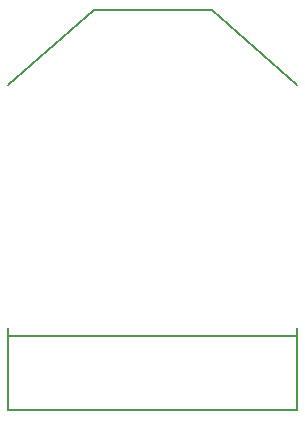
<source format=gbr>
%TF.GenerationSoftware,KiCad,Pcbnew,(5.1.12)-1*%
%TF.CreationDate,2021-12-04T12:05:45+01:00*%
%TF.ProjectId,touch-zigbee,746f7563-682d-47a6-9967-6265652e6b69,rev?*%
%TF.SameCoordinates,Original*%
%TF.FileFunction,OtherDrawing,Comment*%
%FSLAX46Y46*%
G04 Gerber Fmt 4.6, Leading zero omitted, Abs format (unit mm)*
G04 Created by KiCad (PCBNEW (5.1.12)-1) date 2021-12-04 12:05:45*
%MOMM*%
%LPD*%
G01*
G04 APERTURE LIST*
%ADD10C,0.127000*%
G04 APERTURE END LIST*
D10*
%TO.C,JP1*%
X115651280Y-99400360D02*
X125648720Y-99400360D01*
X108402120Y-105750360D02*
X115651280Y-99400360D01*
X132897880Y-105750360D02*
X125648720Y-99400360D01*
X108402120Y-126250700D02*
X108402120Y-127000000D01*
X132897880Y-126250700D02*
X132897880Y-127000000D01*
X108402120Y-127000000D02*
X132897880Y-127000000D01*
X132897880Y-127000000D02*
X132897880Y-133248400D01*
X108402120Y-127000000D02*
X108402120Y-133248400D01*
X108402120Y-133248400D02*
X132897880Y-133248400D01*
%TD*%
M02*

</source>
